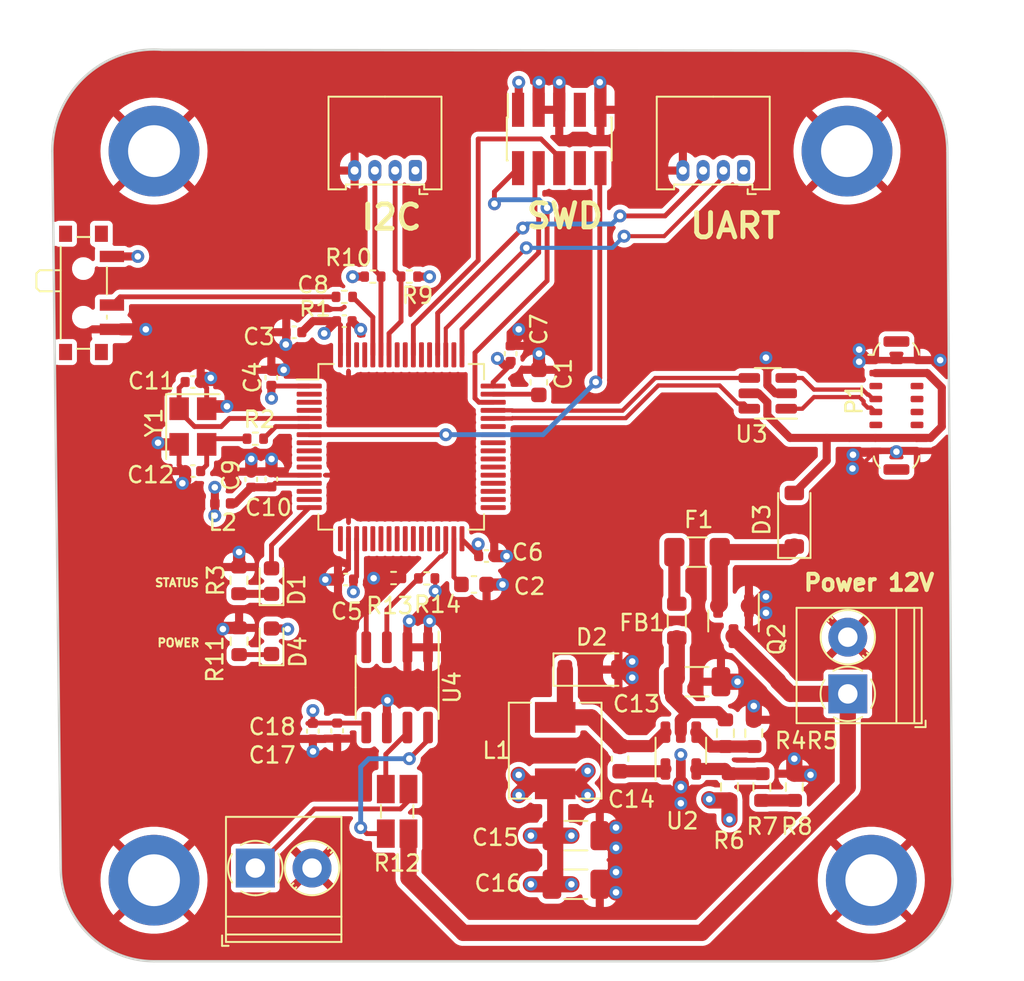
<source format=kicad_pcb>
(kicad_pcb (version 20221018) (generator pcbnew)
  (layers (0 "F.Cu" signal) (1 "In1.Cu" signal) (2 "In2.Cu" signal) (31 "B.Cu" signal) (34 "B.Paste" user) (35 "F.Paste" user) (36 "B.SilkS" user "B.Silkscreen") (37 "F.SilkS" user "F.Silkscreen") (38 "B.Mask" user) (39 "F.Mask" user) (44 "Edge.Cuts" user))
  (net 0 "")
  (net 1 "Net-(D4-K)")
  (net 2 "GND")
  (net 3 "Net-(R7-Pad2)")
  (net 4 "BUCK_FB")
  (net 5 "+3.3V")
  (net 6 "BUCK_EN")
  (net 7 "BUCK_IN")
  (net 8 "Net-(D1-K)")
  (net 9 "BOOT0")
  (net 10 "Net-(SW1-B)")
  (net 11 "I2C1_SDA")
  (net 12 "I2C1_SCL")
  (net 13 "HSE_IN")
  (net 14 "Net-(C12-Pad1)")
  (net 15 "USB_CONN_D-")
  (net 16 "USB_CONN_D+")
  (net 17 "USB_D+")
  (net 18 "+5V")
  (net 19 "USB_D-")
  (net 20 "BUCK_BST")
  (net 21 "BUCK_SW")
  (net 22 "Net-(D3-K)")
  (net 23 "Net-(F1-Pad2)")
  (net 27 "HSE_OUT")
  (net 28 "NRST")
  (net 33 "+3.3VA")
  (net 36 "LED_STATUS")
  (net 45 "UART3_TX")
  (net 46 "UART3_RX")
  (net 47 "Net-(U1-VCAP_1)")
  (net 59 "SWDIO")
  (net 60 "Net-(U1-VCAP_2)")
  (net 61 "SWCLK")
  (net 63 "Net-(J5-Pin_1)")
  (net 67 "SWO")
  (net 77 "Power_12V")
  (net 79 "I2C2_SCL")
  (net 80 "I2C2_SDA")
  (net 81 "Net-(U4-IN-)")
  (net 82 "Net-(U4-IN+)")
  (footprint "Package_QFP:LQFP-64_10x10mm_P0.5mm" (layer "F.Cu") (at 107.25 100.75)
    (fp_text reference "U1" hide)
    (fp_text value "STM32F405RGT6" hide)
  )
  (footprint "Capacitor_SMD:C_0402_1005Metric" (layer "F.Cu") (at 114 95 90)
    (fp_text reference "C7")
    (fp_text value "100n")
  )
  (footprint "TerminalBlock_Phoenix:TerminalBlock_Phoenix_PT-1,5-2-3.5-H_1x02_P3.50mm_Horizontal" (layer "F.Cu") (at 134.8 116 90)
    (fp_text reference "J1" hide)
    (fp_text value "Screw_Terminal_01x02")
  )
  (footprint "Resistor_SMD:R_0402_1005Metric" (layer "F.Cu") (at 98.25 100.25 180)
    (fp_text reference "R2")
    (fp_text value "47")
  )
  (footprint "MountingHole:MountingHole_3.2mm_M3_DIN965_Pad" (layer "F.Cu") (at 136.25 127.5)
    (fp_text reference "H2" hide)
    (fp_text value "MountingHole_Pad")
  )
  (footprint "Capacitor_SMD:C_0402_1005Metric" (layer "F.Cu") (at 99.24 96.475 90)
    (fp_text reference "C4")
    (fp_text value "100n")
  )
  (footprint "Resistor_SMD:R_0603_1608Metric" (layer "F.Cu") (at 97.24 108.995 90)
    (fp_text reference "R3")
    (fp_text value "1k5")
  )
  (footprint "Resistor_SMD:R_0603_1608Metric" (layer "F.Cu") (at 127.25 118.425 -90)
    (fp_text reference "R4")
    (fp_text value "100k")
  )
  (footprint "Diode_SMD:D_SOD-123" (layer "F.Cu") (at 119 114.5)
    (fp_text reference "D2")
    (fp_text value "D_Schottky_Small")
  )
  (footprint "Capacitor_SMD:C_0402_1005Metric" (layer "F.Cu") (at 100.64 93.68 180)
    (fp_text reference "C3")
    (fp_text value "4u7")
  )
  (footprint "Connector_Molex:Molex_PicoBlade_53048-0410_1x04_P1.25mm_Horizontal" (layer "F.Cu") (at 108.125 83.7 180)
    (fp_text reference "J3" hide)
    (fp_text value "Conn_01x04")
  )
  (footprint "MountingHole:MountingHole_3.2mm_M3_DIN965_Pad" (layer "F.Cu") (at 134.75 82.5)
    (fp_text reference "H4" hide)
    (fp_text value "MountingHole_Pad")
  )
  (footprint "Capacitor_SMD:C_1206_3216Metric" (layer "F.Cu") (at 125.5 115.25)
    (fp_text reference "C13")
    (fp_text value "10u")
  )
  (footprint "Connector_Molex:Molex_PicoBlade_53048-0410_1x04_P1.25mm_Horizontal" (layer "F.Cu") (at 128.375 83.7 180)
    (fp_text reference "J4" hide)
    (fp_text value "Conn_01x04")
  )
  (footprint "Diode_SMD:D_SOD-123" (layer "F.Cu") (at 131.5 105.25 90)
    (fp_text reference "D3")
    (fp_text value "D_Schottky_Small")
  )
  (footprint "Package_TO_SOT_SMD:SOT-23" (layer "F.Cu") (at 127.75 111.5 -90)
    (fp_text reference "Q2")
    (fp_text value "AO3401A")
  )
  (footprint "Capacitor_SMD:C_0402_1005Metric" (layer "F.Cu") (at 103.3 118.28 -90)
    (fp_text reference "C18")
    (fp_text value "0.1u")
  )
  (footprint "Capacitor_SMD:C_0603_1608Metric" (layer "F.Cu") (at 115.74 96.77 90)
    (fp_text reference "C1")
    (fp_text value "2u2")
  )
  (footprint "Connector_USB:USB_C_Plug_ShenzhenJingTuoJin_918-118A2021Y40002_Vertical" (layer "F.Cu") (at 137.8 98.2)
    (fp_text reference "P1")
    (fp_text value "USB_C_Plug_USB2.0")
  )
  (footprint "Capacitor_SMD:C_0402_1005Metric" (layer "F.Cu") (at 103.74 92.995)
    (fp_text reference "C8")
    (fp_text value "100n")
  )
  (footprint "Inductor_SMD:L_Sunlord_MWSA0518S" (layer "F.Cu") (at 116.75 119.5 -90)
    (fp_text reference "L1")
    (fp_text value "10u")
  )
  (footprint "Resistor_SMD:R_0603_1608Metric" (layer "F.Cu") (at 97.25 112.75 90)
    (fp_text reference "R11")
    (fp_text value "1k")
  )
  (footprint "Button_Switch_SMD:SW_SPDT_PCM12" (layer "F.Cu") (at 87.975 91.25 -90)
    (fp_text reference "SW1" hide)
    (fp_text value "SW_SPDT")
  )
  (footprint "Resistor_SMD:R_0402_1005Metric" (layer "F.Cu") (at 103.74 91.495 180)
    (fp_text reference "R1")
    (fp_text value "10k")
  )
  (footprint "Capacitor_SMD:C_0402_1005Metric" (layer "F.Cu") (at 98 102.765 90)
    (fp_text reference "C9")
    (fp_text value "1u")
  )
  (footprint "MountingHole:MountingHole_3.2mm_M3_DIN965_Pad" (layer "F.Cu") (at 92 127.5)
    (fp_text reference "H3" hide)
    (fp_text value "MountingHole_Pad")
  )
  (footprint "Capacitor_SMD:C_0402_1005Metric" (layer "F.Cu") (at 112.51 107.495)
    (fp_text reference "C6")
    (fp_text value "100n")
  )
  (footprint "Capacitor_SMD:C_0603_1608Metric" (layer "F.Cu") (at 120.75 120 90)
    (fp_text reference "C14")
    (fp_text value "10n")
  )
  (footprint "Resistor_SMD:R_0402_1005Metric" (layer "F.Cu") (at 107.75 90.245 180)
    (fp_text reference "R9")
    (fp_text value "2k2")
  )
  (footprint "Resistor_SMD:R_0603_1608Metric" (layer "F.Cu") (at 127.5 121.75 90)
    (fp_text reference "R6")
    (fp_text value "47k")
  )
  (footprint "Resistor_SMD:R_Shunt_Ohmite_LVK12" (layer "F.Cu") (at 107 123.25 180)
    (fp_text reference "R12")
    (fp_text value "R_Shunt")
  )
  (footprint "Capacitor_SMD:C_1206_3216Metric" (layer "F.Cu") (at 118.025 127.75 180)
    (fp_text reference "C16")
    (fp_text value "10u")
  )
  (footprint "Resistor_SMD:R_0603_1608Metric" (layer "F.Cu") (at 129 118.425 90)
    (fp_text reference "R5")
    (fp_text value "65k")
  )
  (footprint "Inductor_SMD:L_0805_2012Metric" (layer "F.Cu") (at 124.25 111.5 -90)
    (fp_text reference "FB1")
    (fp_text value "600 @ 600 MHz")
  )
  (footprint "Capacitor_SMD:C_0603_1608Metric" (layer "F.Cu") (at 111.74 109.245)
    (fp_text reference "C2")
    (fp_text value "2u2")
  )
  (footprint "Package_TO_SOT_SMD:SOT-23-6" (layer "F.Cu") (at 124.5 119.5 90)
    (fp_text reference "U2")
    (fp_text value "~")
  )
  (footprint "TerminalBlock_Phoenix:TerminalBlock_Phoenix_PT-1,5-2-3.5-H_1x02_P3.50mm_Horizontal" (layer "F.Cu") (at 98.25 126.75)
    (fp_text reference "J5" hide)
    (fp_text value "Motor")
  )
  (footprint "Resistor_SMD:R_0402_1005Metric" (layer "F.Cu") (at 105.5 90.245)
    (fp_text reference "R10")
    (fp_text value "2k2")
  )
  (footprint "Resistor_SMD:R_0402_1005Metric" (layer "F.Cu") (at 106.78 108.85)
    (fp_text reference "R13")
    (fp_text value "2k2")
  )
  (footprint "MountingHole:MountingHole_3.2mm_M3_DIN965_Pad" (layer "F.Cu") (at 92 82.5)
    (fp_text reference "H1" hide)
    (fp_text value "MountingHole_Pad")
  )
  (footprint "LED_SMD:LED_0603_1608Metric" (layer "F.Cu") (at 99.25 112.75 90)
    (fp_text reference "D4")
    (fp_text value "RED")
  )
  (footprint "Capacitor_SMD:C_0402_1005Metric" (layer "F.Cu") (at 94.4 102.25 180)
    (fp_text reference "C12")
    (fp_text value "12p")
  )
  (footprint "LED_SMD:LED_0603_1608Metric" (layer "F.Cu") (at 99.25 109.0375 90)
    (fp_text reference "D1")
    (fp_text value "BLUE")
  )
  (footprint "Fuse:Fuse_1206_3216Metric" (layer "F.Cu") (at 125.5 107.25 180)
    (fp_text reference "F1")
    (fp_text value "250mA")
  )
  (footprint "Crystal:Crystal_SMD_3225-4Pin_3.2x2.5mm" (layer "F.Cu") (at 94.4 99.5 -90)
    (fp_text reference "Y1")
    (fp_text value "Crystal_GND24_Small")
  )
  (footprint "Capacitor_SMD:C_1206_3216Metric" (layer "F.Cu") (at 118.025 124.75 180)
    (fp_text reference "C15")
    (fp_text value "10u")
  )
  (footprint "Package_TO_SOT_SMD:SOT-23-6" (layer "F.Cu") (at 129.8625 97.45 180)
    (fp_text reference "U3")
    (fp_text value "USBLC6-2SC6")
  )
  (footprint "Resistor_SMD:R_0603_1608Metric" (layer "F.Cu") (at 131.5 121.75 90)
    (fp_text reference "R8")
    (fp_text value "270")
  )
  (footprint "Capacitor_SMD:C_0402_1005Metric" (layer "F.Cu") (at 99.24 102.745 90)
    (fp_text reference "C10")
    (fp_text value "10n")
  )
  (footprint "Connector_PinSocket_1.27mm:PinSocket_2x05_P1.27mm_Vertical_SMD" (layer "F.Cu") (at 117 81.75 90)
    (fp_text reference "J2" hide)
    (fp_text value "Conn_02x05_Odd_Even")
  )
  (footprint "Resistor_SMD:R_0603_1608Metric" (layer "F.Cu") (at 129.5 121.75 -90)
    (fp_text reference "R7")
    (fp_text value "15k")
  )
  (footprint "Capacitor_SMD:C_0402_1005Metric" (layer "F.Cu") (at 103.83 108.94 180)
    (fp_text reference "C5")
    (fp_text value "100n")
  )
  (footprint "Resistor_SMD:R_0402_1005Metric" (layer "F.Cu") (at 108.82 108.87 180)
    (fp_text reference "R14")
    (fp_text value "2k2")
  )
  (footprint "Inductor_SMD:L_0402_1005Metric" (layer "F.Cu") (at 96.24 104.245 180)
    (fp_text reference "L2")
    (fp_text value "39n")
  )
  (footprint "Capacitor_SMD:C_0402_1005Metric" (layer "F.Cu") (at 94.4 96.75)
    (fp_text reference "C11")
    (fp_text value "12p")
  )
  (footprint "Package_SO:SOIC-8_3.9x4.9mm_P1.27mm" (layer "F.Cu") (at 107 115.6 -90)
    (fp_text reference "U4")
    (fp_text value "INA219AxD")
  )
  (footprint "Capacitor_SMD:C_0402_1005Metric" (layer "F.Cu") (at 101.8 118.3 -90)
    (fp_text reference "C17")
    (fp_text value "10u")
  )
  (gr_line (start 92.5 76.25) (end 134.75 76.310291) (stroke (width 0.15)) (layer "Edge.Cuts"))
  (gr_arc (start 92 132.5) (mid 87.934135 130.815863) (end 86.25 126.749998) (stroke (width 0.15)) (layer "Edge.Cuts"))
  (gr_arc (start 85.730031 82.5) (mid 87.746911 77.893076) (end 92.5 76.25) (stroke (width 0.15)) (layer "Edge.Cuts"))
  (gr_arc (start 141.242302 127.22265) (mid 139.882269 130.936077) (end 136.25 132.5) (stroke (width 0.15)) (layer "Edge.Cuts"))
  (gr_line (start 140.939709 82.5) (end 141.242302 127.22265) (stroke (width 0.15)) (layer "Edge.Cuts"))
  (gr_arc (start 134.75 76.310291) (mid 139.126785 78.123215) (end 140.939709 82.5) (stroke (width 0.15)) (layer "Edge.Cuts"))
  (gr_line (start 92 132.5) (end 136.25 132.5) (stroke (width 0.15)) (layer "Edge.Cuts"))
  (gr_line (start 85.730031 82.5) (end 86.25 126.749998) (stroke (width 0.15)) (layer "Edge.Cuts"))
  (gr_text "I2C" (at 104.63 87.46) (layer "F.SilkS") (effects (font (size 1.5 1.5) (thickness 0.3) bold) (justify left bottom)))
  (gr_text "SWD" (at 114.83 87.38) (layer "F.SilkS") (effects (font (size 1.5 1.5) (thickness 0.3) bold) (justify left bottom)))
  (gr_text "UART" (at 124.92 87.99) (layer "F.SilkS") (effects (font (size 1.5 1.5) (thickness 0.3) bold) (justify left bottom)))
  (gr_text "Power 12V" (at 131.97 109.72) (layer "F.SilkS") (effects (font (size 1 1) (thickness 0.25) bold) (justify left bottom)))
  (gr_text "POWER" (at 92.15 113.14) (layer "F.SilkS") (effects (font (size 0.5 0.5) (thickness 0.125) bold) (justify left bottom)))
  (gr_text "STATUS" (at 92 109.43) (layer "F.SilkS") (effects (font (size 0.5 0.5) (thickness 0.125) bold) (justify left bottom)))
  (segment (start 99.2125 113.575) (end 99.25 113.5375) (width 0.3) (layer "F.Cu") (net 1))
  (segment (start 97.25 113.575) (end 99.2125 113.575) (width 0.3) (layer "F.Cu") (net 1))
  (segment (start 93.55 101.88) (end 93.92 102.25) (width 0.3) (layer "F.Cu") (net 2))
  (segment (start 97.25 108.16) (end 97.24 108.17) (width 0.75) (layer "F.Cu") (net 2))
  (segment (start 114.5 93.5) (end 114.5 94.02) (width 0.5) (layer "F.Cu") (net 2))
  (segment (start 99.25 102.255) (end 99.24 102.265) (width 0.75) (layer "F.Cu") (net 2))
  (segment (start 119.5 127.75) (end 120 127.75) (width 1) (layer "F.Cu") (net 2))
  (segment (start 132.425 120.925) (end 132.5 121) (width 1) (layer "F.Cu") (net 2))
  (segment (start 95.5 96.5) (end 95.13 96.5) (width 0.75) (layer "F.Cu") (net 2))
  (segment (start 128.7 110.5625) (end 129.3125 110.5625) (width 1) (layer "F.Cu") (net 2))
  (segment (start 120.5 124.25) (end 120.5 125.5) (width 1) (layer "F.Cu") (net 2))
  (segment (start 109 111.5) (end 109 112.93) (width 0.3) (layer "F.Cu") (net 2))
  (segment (start 100.16 94.405) (end 100.13 94.435) (width 0.5) (layer "F.Cu") (net 2))
  (segment (start 100.16 93.68) (end 100.16 94.405) (width 0.5) (layer "F.Cu") (net 2))
  (segment (start 93.55 100.6) (end 92.35 100.6) (width 0.75) (layer "F.Cu") (net 2))
  (segment (start 104.75 93.5) (end 104.725 93.5) (width 0.5) (layer "F.Cu") (net 2))
  (segment (start 113.75 107.5) (end 112.995 107.5) (width 0.75) (layer "F.Cu") (net 2))
  (segment (start 101.81 118.79) (end 101.8 118.78) (width 0.3) (layer "F.Cu") (net 2))
  (segment (start 112.995 107.5) (end 112.99 107.495) (width 0.75) (layer "F.Cu") (net 2))
  (segment (start 135.6 95.4) (end 135.5 95.5) (width 0.5) (layer "F.Cu") (net 2))
  (segment (start 121.5 114) (end 121.5 115) (width 1) (layer "F.Cu") (net 2))
  (segment (start 126.975 115.25) (end 128 115.25) (width 1) (layer "F.Cu") (net 2))
  (segment (start 112.52 109.25) (end 112.515 109.245) (width 0.75) (layer "F.Cu") (net 2))
  (segment (start 98 101.5) (end 98 102.285) (width 0.75) (layer "F.Cu") (net 2))
  (segment (start 120.65 114.5) (end 121 114.5) (width 1) (layer "F.Cu") (net 2))
  (segment (start 131.5 120.925) (end 131.5 120) (width 1) (layer "F.Cu") (net 2))
  (segment (start 115.73 79.95) (end 115.73 78.27) (width 0.75) (layer "F.Cu") (net 2))
  (segment (start 119.5 124.75) (end 119.75 124.75) (width 1) (layer "F.Cu") (net 2))
  (segment (start 99.25 101.5) (end 99.25 102.255) (width 0.75) (layer "F.Cu") (net 2))
  (segment (start 119.54 79.95) (end 119.54 78.29) (width 0.75) (layer "F.Cu") (net 2))
  (segment (start 121 114.5) (end 121.5 115) (width 1) (layer "F.Cu") (net 2))
  (segment (start 101.575 102.5) (end 99.475 102.5) (width 0.3) (layer "F.Cu") (net 2))
  (segment (start 104 95.075) (end 104 93.215) (width 0.3) (layer "F.Cu") (net 2))
  (segment (start 129.1875 110.5625) (end 129.75 110) (width 1) (layer "F.Cu") (net 2))
  (segment (start 101.8 118.78) (end 103.28 118.78) (width 0.3) (layer "F.Cu") (net 2))
  (segment (start 114.5 94.02) (end 114 94.52) (width 0.5) (layer "F.Cu") (net 2))
  (segment (start 128.7 110.5625) (end 129.1875 110.5625) (width 1) (layer "F.Cu") (net 2))
  (segment (start 136.15 95.4) (end 135.5 94.75) (width 0.5) (layer "F.Cu") (net 2))
  (segment (start 95.4 98.25) (end 95.25 98.4) (width 0.75) (layer "F.Cu") (net 2))
  (segment (start 97.25 111.925) (end 96.325 111.925) (width 0.75) (layer "F.Cu") (net 2))
  (segment (start 135.120091 101.240181) (end 136.289819 101.240181) (width 0.25) (layer "F.Cu") (net 2))
  (segment (start 104 93.215) (end 104.22 92.995) (width 0.3) (layer "F.Cu") (net 2))
  (segment (start 103.31 118.77) (end 103.3 118.76) (width 0.3) (layer "F.Cu") (net 2))
  (segment (start 103.35 108.893154) (end 103.35 108.94) (width 0.3) (layer "F.Cu") (net 2))
  (segment (start 115.75 95.985) (end 115.74 95.995) (width 0.75) (layer "F.Cu") (net 2))
  (segment (start 103.345 108.945) (end 103.35 108.94) (width 0.75) (layer "F.Cu") (net 2))
  (segment (start 106.365 117.975) (end 106.365 118.391262) (width 0.3) (layer "F.Cu") (net 2))
  (segment (start 115.75 95) (end 115.75 95.985) (width 0.75) (layer "F.Cu") (net 2))
  (segment (start 95.13 96.5) (end 94.88 96.75) (width 0.75) (layer "F.Cu") (net 2))
  (segment (start 99.475 102.5) (end 99.24 102.265) (width 0.3) (layer "F.Cu") (net 2))
  (segment (start 119.5 124.75) (end 120 124.75) (width 1) (layer "F.Cu") (net 2))
  (segment (start 124.5 119.75) (end 124.5 121.75) (width 0.5) (layer "F.Cu") (net 2))
  (segment (start 129.3125 110.5625) (end 129.75 111) (width 1) (layer "F.Cu") (net 2))
  (segment (start 90.005 93.5) (end 91.495 93.5) (width 0.75) (layer "F.Cu") (net 2))
  (segment (start 93.55 100.6) (end 93.55 101.88) (width 0.3) (layer "F.Cu") (net 2))
  (segment (start 97.25 107.25) (end 97.25 108.16) (width 0.75) (layer "F.Cu") (net 2))
  (segment (start 135.440363 102.089637) (end 136.53 101) (width 0.25) (layer "F.Cu") (net 2))
  (segment (start 131.5 120.925) (end 132.425 120.925) (width 1) (layer "F.Cu") (net 2))
  (segment (start 106.4 117.94) (end 106.365 117.975) (width 0.3) (layer "F.Cu") (net 2))
  (segment (start 119.54 78.29) (end 119.5 78.25) (width 0.75) (layer "F.Cu") (net 2))
  (segment (start 119.75 124.75) (end 120.5 125.5) (width 1) (layer "F.Cu") (net 2))
  (segment (start 107.75 111.5) (end 107.75 112.91) (width 0.3) (layer "F.Cu") (net 2))
  (segment (start 120.5 127) (end 120.5 128.25) (width 1) (layer "F.Cu") (net 2))
  (segment (start 95.25 97.12) (end 94.88 96.75) (width 0.3) (layer "F.Cu") (net 2))
  (segment (start 120 127.75) (end 120.5 128.25) (width 1) (layer "F.Cu") (net 2))
  (segment (start 136.5 95.4) (end 135.6 95.4) (width 0.5) (layer "F.Cu") (net 2))
  (segment (start 135.089605 102.089637) (end 135.440363 102.089637) (width 0.25) (layer "F.Cu") (net 2))
  (segment (start 129 117.6) (end 129 116.75) (width 1) (layer "F.Cu") (net 2))
  (segment (start 117 79.95) (end 117 78.25) (width 0.75) (layer "F.Cu") (net 2))
  (segment (start 92.35 100.6) (end 92.25 100.5) (width 0.75) (layer "F.Cu") (net 2))
  (segment (start 129.8375 96.949999) (end 129.8375 95.3375) (width 0.5) (layer "F.Cu") (net 2))
  (segment (start 99.24 95.995) (end 99.995 95.995) (width 0.75) (layer "F.Cu") (net 2))
  (segment (start 104 106.425) (end 104 108.28) (width 0.3) (layer "F.Cu") (net 2))
  (segment (start 101.81 119.55) (end 101.81 118.79) (width 0.3) (layer "F.Cu") (net 2))
  (segment (start 129.8375 95.3375) (end 129.75 95.25) (width 0.5) (layer "F.Cu") (net 2))
  (segment (start 120.5 125.5) (end 120.5 127) (width 1) (layer "F.Cu") (net 2))
  (segment (start 104.725 93.5) (end 104.22 92.995) (width 0.5) (layer "F.Cu") (net 2))
  (segment (start 124.5 122.75) (end 124.5 121.556238) (width 1) (layer "F.Cu") (net 2))
  (segment (start 99.995 95.995) (end 100 96) (width 0.75) (layer "F.Cu") (net 2))
  (segment (start 136.5 95.4) (end 136.15 95.4) (width 0.5) (layer "F.Cu") (net 2))
  (segment (start 135.089605 101.270667) (end 135.120091 101.240181) (width 0.5) (layer "F.Cu") (net 2))
  (segment (start 140.5 95.4) (end 139.04 95.4) (width 0.5) (layer "F.Cu") (net 2))
  (segment (start 137.8 101.05) (end 137.85 101) (width 0.5) (layer "F.Cu") (net 2))
  (segment (start 137.85 101) (end 139.04 101) (width 0.5) (layer "F.Cu") (net 2))
  (segment (start 115.73 78.27) (end 115.75 78.25) (width 0.75) (layer "F.Cu") (net 2))
  (segment (start 121 114.5) (end 121.5 114) (width 1) (layer "F.Cu") (net 2))
  (segment (start 95.25 98.4) (end 95.25 97.12) (width 0.3) (layer "F.Cu") (net 2))
  (segment (start 106.4 116.4) (end 106.4 117.94) (width 0.3) (layer "F.Cu") (net 2))
  (segment (start 119.5 127.75) (end 119.75 127.75) (width 1) (layer "F.Cu") (net 2))
  (segment (start 104 108.28) (end 103.963154 108.28) (width 0.3) (layer "F.Cu") (net 2))
  (segment (start 120 124.75) (end 120.5 124.25) (width 1) (layer "F.Cu") (net 2))
  (segment (start 119.75 127.75) (end 120.5 127) (width 1) (layer "F.Cu") (net 2))
  (segment (start 103.57 108.72) (end 103.35 108.94) (width 0.3) (layer "F.Cu") (net 2))
  (segment (start 130.337501 97.45) (end 129.8375 96.949999) (width 0.5) (layer "F.Cu") (net 2))
  (segment (start 96.5 98.25) (end 95.4 98.25) (width 0.75) (layer "F.Cu") (net 2))
  (segment (start 131 97.45) (end 130.337501 97.45) (width 0.5) (layer "F.Cu") (net 2))
  (segment (start 109 112.93) (end 108.905 113.025) (width 0.3) (layer "F.Cu") (net 2))
  (segment (start 93.92 102.83) (end 93.75 103) (width 0.75) (layer "F.Cu") (net 2))
  (segment (start 102.57 108.945) (end 103.345 108.945) (width 0.75) (layer "F.Cu") (net 2))
  (segment (start 136.289819 101.240181) (end 136.53 101) (width 0.25) (layer "F.Cu") (net 2))
  (segment (start 96.325 111.925) (end 96.25 112) (width 0.75) (layer "F.Cu") (net 2))
  (segment (start 103.963154 108.28) (end 103.35 108.893154) (width 0.3) (layer "F.Cu") (net 2))
  (segment (start 113.5 109.25) (end 112.52 109.25) (width 0.75) (layer "F.Cu") (net 2))
  (segment (start 107.75 112.91) (end 107.635 113.025) (width 0.3) (layer "F.Cu") (net 2))
  (segment (start 103.28 118.78) (end 103.3 118.76) (width 0.3) (layer "F.Cu") (net 2))
  (segment (start 93.92 102.25) (end 93.92 102.83) (width 0.75) (layer "F.Cu") (net 2))
  (via (at 124.5 121.75) (size 0.8) (drill 0.4) (layers "F.Cu" "B.Cu") (net 2))
  (via (at 97.25 107.25) (size 0.8) (drill 0.4) (layers "F.Cu" "B.Cu") (net 2))
  (via (at 109 111.5) (size 0.8) (drill 0.4) (layers "F.Cu" "B.Cu") (net 2))
  (via (at 91.495 93.5) (size 0.8) (drill 0.4) (layers "F.Cu" "B.Cu") (net 2))
  (via (at 102.57 108.945) (size 0.8) (drill 0.4) (layers "F.Cu" "B.Cu") (net 2))
  (via (at 107.75 111.5) (size 0.8) (drill 0.4) (layers "F.Cu" "B.Cu") (net 2))
  (via (at 135.120091 101.240181) (size 0.8) (drill 0.4) (layers "F.Cu" "B.Cu") (net 2))
  (via (at 137.8 101.05) (size 0.8) (drill 0.4) (layers "F.Cu" "B.Cu") (net 2))
  (via (at 135.089605 102.089637) (size 0.8) (drill 0.4) (layers "F.Cu" "B.Cu") (net 2))
  (via (at 93.75 103) (size 0.8) (drill 0.4) (layers "F.Cu" "B.Cu") (net 2))
  (via (at 113.5 109.25) (size 0.8) (drill 0.4) (layers "F.Cu" "B.Cu") (net 2))
  (via (at 119.5 78.25) (size 0.8) (drill 0.4) (layers "F.Cu" "B.Cu") (net 2))
  (via (at 140.5 95.4) (size 0.8) (drill 0.4) (layers "F.Cu" "B.Cu") (net 2))
  (via (at 95.5 96.5) (size 0.8) (drill 0.4) (layers "F.Cu" "B.Cu") (net 2))
  (via (at 124.5 119.75) (size 0.8) (drill 0.4) (layers "F.Cu" "B.Cu") (net 2))
  (via (at 115.75 78.25) (size 0.8) (drill 0.4) (layers "F.Cu" "B.Cu") (net 2))
  (via (at 128 115.25) (size 0.8) (drill 0.4) (layers "F.Cu" "B.Cu") (net 2))
  (via (at 113.75 107.5) (size 0.8) (drill 0.4) (layers "F.Cu" "B.Cu") (net 2))
  (via (at 132.5 121) (size 0.8) (drill 0.4) (layers "F.Cu" "B.Cu") (net 2))
  (via (at 98 101.5) (size 0.8) (drill 0.4) (layers "F.Cu" "B.Cu") (net 2))
  (via (at 135.5 95.5) (size 0.8) (drill 0.4) (layers "F.Cu" "B.Cu") (net 2))
  (via (at 135.5 94.75) (size 0.8) (drill 0.4) (layers "F.Cu" "B.Cu") (net 2))
  (via (at 101.81 119.55) (size 0.8) (drill 0.4) (layers "F.Cu" "B.Cu") (net 2))
  (via (at 104.75 93.5) (size 0.8) (drill 0.4) (layers "F.Cu" "B.Cu") (net 2))
  (via (at 120.5 127) (size 0.8) (drill 0.4) (layers "F.Cu" "B.Cu") (net 2))
  (via (at 115.75 95) (size 0.8) (drill 0.4) (layers "F.Cu" "B.Cu") (net 2))
  (via (at 124.5 122.75) (size 0.8) (drill 0.4) (layers "F.Cu" "B.Cu") (net 2))
  (via (at 131.5 120) (size 0.8) (drill 0.4) (layers "F.Cu" "B.Cu") (net 2))
  (via (at 100.13 94.435) (size 0.8) (drill 0.4) (layers "F.Cu" "B.Cu") (net 2))
  (via (at 99.25 101.5) (size 0.8) (drill 0.4) (layers "F.Cu" "B.Cu") (net 2))
  (via (at 121.5 115) (size 0.8) (drill 0.4) (layers "F.Cu" "B.Cu") (net 2))
  (via (at 106.4 116.4) (size 0.8) (drill 0.4) (layers "F.Cu" "B.Cu") (net 2))
  (via (at 96.5 98.25) (size 0.8) (drill 0.4) (layers "F.Cu" "B.Cu") (net 2))
  (via (at 100 96) (size 0.8) (drill 0.4) (layers "F.Cu" "B.Cu") (net 2))
  (via (at 129.75 95.25) (size 0.8) (drill 0.4) (layers "F.Cu" "B.Cu") (net 2))
  (via (at 121.5 114) (size 0.8) (drill 0.4) (layers "F.Cu" "B.Cu") (net 2))
  (via (at 129.75 111) (size 0.8) (drill 0.4) (layers "F.Cu" "B.Cu") (net 2))
  (via (at 120.5 128.25) (size 0.8) (drill 0.4) (layers "F.Cu" "B.Cu") (net 2))
  (via (at 120.5 124.25) (size 0.8) (drill 0.4) (layers "F.Cu" "B.Cu") (net 2))
  (via (at 96.25 112) (size 0.8) (drill 0.4) (layers "F.Cu" "B.Cu") (net 2))
  (via (at 114.5 93.5) (size 0.8) (drill 0.4) (layers "F.Cu" "B.Cu") (net 2))
  (via (at 129.75 110) (size 0.8) (drill 0.4) (layers "F.Cu" "B.Cu") (net 2))
  (via (at 92.25 100.5) (size 0.8) (drill 0.4) (layers "F.Cu" "B.Cu") (net 2))
  (via (at 117 78.25) (size 0.8) (drill 0.4) (layers "F.Cu" "B.Cu") (net 2))
  (via (at 129 116.75) (size 0.8) (drill 0.4) (layers "F.Cu" "B.Cu") (net 2))
  (via (at 120.5 125.5) (size 0.8) (drill 0.4) (layers "F.Cu" "B.Cu") (net 2))
  (segment (start 129.5 122.575) (end 131.5 122.575) (width 0.75) (layer "F.Cu") (net 3))
  (segment (start 125.45 120.6375) (end 127.2125 120.6375) (width 0.75) (layer "F.Cu") (net 4))
  (segment (start 127.5 120.925) (end 129.5 120.925) (width 0.75) (layer "F.Cu") (net 4))
  (segment (start 127.2125 120.6375) (end 127.5 120.925) (width 0.75) (layer "F.Cu") (net 4))
  (segment (start 116.75 121.55) (end 117.95 121.55) (width 1) (layer "F.Cu") (net 5))
  (segment (start 108.26 90.245) (end 108.995 90.245) (width 0.5) (layer "F.Cu") (net 5))
  (segment (start 116.55 127.75) (end 115.25 127.75) (width 1) (layer "F.Cu") (net 5))
  (segment (start 103.255 92.995) (end 102.5 93.75) (width 0.5) (layer "F.Cu") (net 5))
  (segment (start 111 106.465) (end 112.03 107.495) (width 0.3) (layer "F.Cu") (net 5))
  (segment (start 114.5 79.5) (end 114.5 78.25) (width 0.5) (layer "F.Cu") (net 5))
  (segment (start 109.35 108.89) (end 109.33 108.87) (width 0.25) (layer "F.Cu") (net 5))
  (segment (start 103.3 117.8) (end 101.82 117.8) (width 0.3) (layer "F.Cu") (net 5))
  (segment (start 115.05 121.55) (end 114.5 121) (width 1) (layer "F.Cu") (net 5))
  (segment (start 101.805 92.995) (end 103.26 92.995) (width 0.5) (layer "F.Cu") (net 5))
  (segment (start 99.24 96.955) (end 99.24 97.74) (width 0.5) (layer "F.Cu") (net 5))
  (segment (start 118.05 121.55) (end 118.75 122.25) (width 1) (layer "F.Cu") (net 5))
  (segment (start 104.5 106.425) (end 104.5 108.75) (width 0.3) (layer "F.Cu") (net 5))
  (segment (start 113.99 95.705) (end 112.925 96.77) (width 0.3) (layer "F.Cu") (net 5))
  (segment (start 95.755 104.245) (end 95.755 104.995) (width 0.5) (layer "F.Cu") (net 5))
  (segment (start 101.8 117.03) (end 101.8 117.82) (width 0.3) (layer "F.Cu") (net 5))
  (segment (start 104.5 108.75) (end 104.31 108.94) (width 0.3) (layer "F.Cu") (net 5))
  (segment (start 112.925 96.77) (end 112.925 97) (width 0.3) (layer "F.Cu") (net 5))
  (segment (start 127.5 122.575) (end 127.5 123.75) (width 1) (layer "F.Cu") (net 5))
  (segment (start 116.55 124.75) (end 117.75 124.75) (width 1) (layer "F.Cu") (net 5))
  (segment (start 95.755 103.255) (end 95.75 103.25) (width 0.5) (layer "F.Cu") (net 5))
  (segment (start 112 107.465) (end 112.03 107.495) (width 0.5) (layer "F.Cu") (net 5))
  (segment (start 103.26 92.995) (end 103.255 92.995) (width 0.5) (layer "F.Cu") (net 5))
  (segment (start 89.76 89) (end 91 89) (width 0.5) (layer "F.Cu") (net 5))
  (segment (start 116.75 127.55) (end 116.55 127.75) (width 1) (layer "F.Cu") (net 5))
  (segment (start 114.46 79.95) (end 114.46 79.54) (width 0.5) (layer "F.Cu") (net 5))
  (segment (start 95.755 104.995) (end 95.75 105) (width 0.5) (layer "F.Cu") (net 5))
  (segment (start 116.75 121.55) (end 115.2 121.55) (width 1) (layer "F.Cu") (net 5))
  (segment (start 99.25 111.9625) (end 100.2125 111.9625) (width 0.5) (layer "F.Cu") (net 5))
  (segment (start 103.5 95.075) (end 103.5 93.235) (width 0.3) (layer "F.Cu") (net 5))
  (segment (start 116.55 124.75) (end 115.25 124.75) (width 1) (layer "F.Cu") (net 5))
  (segment (start 116.55 127.75) (end 117.75 127.75) (width 1) (layer "F.Cu") (net 5))
  (segment (start 127.5 122.575) (end 126.325 122.575) (width 1) (layer "F.Cu") (net 5))
  (segment (start 116.75 121.55) (end 115.05 121.55) (width 1) (layer "F.Cu") (net 5))
  (segment (start 117.95 121.55) (end 118.75 120.75) (width 1) (layer "F.Cu") (net 5))
  (segment (start 104.3 108.95) (end 104.31 108.94) (width 0.5) (layer "F.Cu") (net 5))
  (segment (start 104.92 117.8) (end 105.095 117.975) (width 0.3) (layer "F.Cu") (net 5))
  (segment (start 113.185071 95.294309) (end 113.595762 95.705) (width 0.5) (layer "F.Cu") (net 5))
  (segment (start 106.26 108.86) (end 106.27 108.85) (width 0.25) (layer "F.Cu") (net 5))
  (segment (start 99.285 97) (end 99.24 96.955) (width 0.3) (layer "F.Cu") (net 5))
  (segment (start 95.755 104.245) (end 95.755 103.255) (width 0.5) (layer "F.Cu") (net 5))
  (segment (start 112 106.75) (end 112 107.465) (width 0.5) (layer "F.Cu") (net 5))
  (segment (start 116.75 121.55) (end 118.05 121.55) (width 1) (layer "F.Cu") (net 5))
  (segment (start 108.995 90.245) (end 109 90.25) (width 0.5) (layer "F.Cu") (net 5))
  (segment (start 104.255 90.245) (end 104.25 90.25) (width 0.5) (layer "F.Cu") (net 5))
  (segment (start 103.3 117.8) (end 104.92 117.8) (width 0.3) (layer "F.Cu") (net 5))
  (segment (start 101.12 93.68) (end 101.805 92.995) (width 0.5) (layer "F.Cu") (net 5))
  (segment (start 113.595762 95.705) (end 113.99 95.705) (width 0.5) (layer "F.Cu") (net 5))
  (segment (start 103.5 93.235) (end 103.26 92.995) (width 0.3) (layer "F.Cu") (net 5))
  (segment (start 104.99 90.245) (end 104.255 90.245) (width 0.5) (layer "F.Cu") (net 5))
  (segment (start 100.2125 111.9625) (end 100.25 112) (width 0.5) (layer "F.Cu") (net 5))
  (segment (start 116.75 121.55) (end 116.75 127.55) (width 1) (layer "F.Cu") (net 5))
  (segment (start 109.35 109.65) (end 109.35 108.89) (width 0.25) (layer "F.Cu") (net 5))
  (segment (start 126.325 122.575) (end 126.25 122.5) (width 1) (layer "F.Cu") (net 5))
  (segment (start 104.3 109.7) (end 104.3 108.95) (width 0.5) (layer "F.Cu") (net 5))
  (segment (start 101.8 117.82) (end 101.490001 117.82) (width 0.3) (layer "F.Cu") (net 5))
  (segment (start 111 106.425) (end 111 106.465) (width 0.3) (layer "F.Cu") (net 5))
  (segment (start 101.82 117.8) (end 101.8 117.82) (width 0.3) (layer "F.Cu") (net 5))
  (segment (start 114.46 79.54) (end 114.5 79.5) (width 0.5) (layer "F.Cu") (net 5))
  (segment (start 101.575 97) (end 99.285 97) (width 0.3) (layer "F.Cu") (net 5))
  (segment (start 115.2 121.55) (end 114.5 122.25) (width 1) (layer "F.Cu") (net 5))
  (segment (start 99.24 97.74) (end 99.25 97.75) (width 0.5) (layer "F.Cu") (net 5))
  (segment (start 105.55 108.86) (end 106.26 108.86) (width 0.25) (layer "F.Cu") (net 5))
  (via (at 104.3 109.7) (size 0.8) (drill 0.4) (layers "F.Cu" "B.Cu") (net 5))
  (via (at 127.5 123.75) (size 0.8) (drill 0.4) (layers "F.Cu" "B.Cu") (net 5))
  (via (at 104.25 90.25) (size 0.8) (drill 0.4) (layers "F.Cu" "B.Cu") (net 5))
  (via (at 118.75 122.25) (size 0.8) (drill 0.4) (layers "F.Cu" "B.Cu") (net 5))
  (via (at 114.5 78.25) (size 0.8) (drill 0.4) (layers "F.Cu" "B.Cu") (net 5))
  (via (at 95.75 105) (size 0.8) (drill 0.4) (layers "F.Cu" "B.Cu") (net 5))
  (via (at 115.25 124.75) (size 0.8) (drill 0.4) (layers "F.Cu" "B.Cu") (net 5))
  (via (at 101.8 117.03) (size 0.8) (drill 0.4) (layers "F.Cu" "B.Cu") (net 5))
  (via (at 117.75 127.75) (size 0.8) (drill 0.4) (layers "F.Cu" "B.Cu") (net 5))
  (via (at 99.25 97.75) (size 0.8) (drill 0.4) (layers "F.Cu" "B.Cu") (net 5))
  (via (at 100.25 112) (size 0.8) (drill 0.4) (layers "F.Cu" "B.Cu") (net 5))
  (via (at 105.55 108.86) (size 0.8) (drill 0.4) (layers "F.Cu" "B.Cu") (net 5))
  (via (at 114.5 122.25) (size 0.8) (drill 0.4) (layers "F.Cu" "B.Cu") (net 5))
  (via (at 109.35 109.65) (size 0.8) (drill 0.4) (layers "F.Cu" "B.Cu") (net 5))
  (via (at 114.5 121) (size 0.8) (drill 0.4) (layers "F.Cu" "B.Cu") (net 5))
  (via (at 126.25 122.5) (size 0.8) (drill 0.4) (layers "F.Cu" "B.Cu") (net 5))
  (via (at 118.75 120.75) (size 0.8) (drill 0.4) (layers "F.Cu" "B.Cu") (net 5))
  (via (at 91 89) (size 0.8) (drill 0.4) (layers "F.Cu" "B.Cu") (net 5))
  (via (at 113.185071 95.294309) (size 0.8) (drill 0.4) (layers "F.Cu" "B.Cu") (net 5))
  (via (at 95.75 103.25) (size 0.8) (drill 0.4) (layers "F.Cu" "B.Cu") (net 5))
  (via (at 102.5 93.75) (size 0.8) (drill 0.4) (layers "F.Cu" "B.Cu") (net 5))
  (via (at 115.25 127.75) (size 0.8) (drill 0.4) (layers "F.Cu" "B.Cu") (net 5))
  (via (at 109 90.25) (size 0.8) (drill 0.4) (layers "F.Cu" "B.Cu") (net 5))
  (via (at 117.75 124.75) (size 0.8) (drill 0.4) (layers "F.Cu" "B.Cu") (net 5))
  (via (at 112 106.75) (size 0.8) (drill 0.4) (layers "F.Cu" "B.Cu") (net 5))
  (segment (start 126.3375 119.25) (end 125.45 118.3625) (width 0.75) (layer "F.Cu") (net 6))
  (segment (start 129 119.25) (end 126.3375 119.25) (width 0.75) (layer "F.Cu") (net 6))
  (segment (start 124.025 115.25) (end 124.025 116.15446) (width 1) (layer "F.Cu") (net 7))
  (segment (start 124.5 117.62054) (end 124.5 118.3625) (width 0.75) (layer "F.Cu") (net 7))
  (segment (start 124.025 116.15446) (end 124.907151 117.036611) (width 1) (layer "F.Cu") (net 7))
  (segment (start 126.775 117.125) (end 124.99554 117.125) (width 0.75) (layer "F.Cu") (net 7))
  (segment (start 124.99554 117.125) (end 124.5 117.62054) (width 0.75) (layer "F.Cu") (net 7))
  (segment (start 124.25 115.025) (end 124.025 115.25) (width 1) (layer "F.Cu") (net 7))
  (segment (start 127.25 117.6) (end 126.775 117.125) (width 0.75) (layer "F.Cu") (net 7))
  (segment (start 124.25 115.275) (end 124.025 115.5) (width 0.75) (layer "F.Cu") (net 7))
  (segment (start 124.25 112.5625) (end 124.25 115.025) (width 1) (layer "F.Cu") (net 7))
  (segment (start 97.245 109.825) (end 97.24 109.82) (width 0.5) (layer "F.Cu") (net 8))
  (segment (start 99.25 109.825) (end 97.245 109.825) (width 0.5) (layer "F.Cu") (net 8))
  (segment (start 105.5 92.745) (end 104.25 91.495) (width 0.3) (layer "F.Cu") (net 9))
  (segment (start 105.5 95.075) (end 105.5 92.745) (width 0.3) (layer "F.Cu") (net 9))
  (segment (start 103.23 91.495) (end 89.91 91.495) (width 0.3) (layer "F.Cu") (net 10))
  (segment (start 89.91 91.495) (end 89.405 92) (width 0.3) (layer "F.Cu") (net 10))
  (segment (start 106 95.075) (end 106 90.255) (width 0.3) (layer "F.Cu") (net 11))
  (segment (start 105.625 89.86) (end 105.625 83.7) (width 0.3) (layer "F.Cu") (net 11))
  (segment (start 106.01 90.245) (end 105.625 89.86) (width 0.3) (layer "F.Cu") (net 11))
  (segment (start 106 90.255) (end 106.01 90.245) (width 0.3) (layer "F.Cu") (net 11))
  (segment (start 107.24 93.01) (end 106.5 93.75) (width 0.3) (layer "F.Cu") (net 12))
  (segment (start 106.5 93.75) (end 106.5 95.075) (width 0.3) (layer "F.Cu") (net 12))
  (segment (start 106.875 83.7) (end 106.875 89.88) (width 0.3) (layer "F.Cu") (net 12))
  (segment (start 106.875 89.88) (end 107.24 90.245) (width 0.3) (layer "F.Cu") (net 12))
  (segment (start 107.24 90.245) (end 107.24 93.01) (width 0.3) (layer "F.Cu") (net 12))
  (segment (start 94.5 99.5) (end 93.55 98.55) (width 0.3) (layer "F.Cu") (net 13))
  (segment (start 93.55 98.4) (end 93.55 97.12) (width 0.3) (layer "F.Cu") (net 13))
  (segment (start 101.575 99) (end 96.65 99) (width 0.3) (layer "F.Cu") (net 13))
  (segment (start 93.55 97.12) (end 93.92 96.75) (width 0.3) (layer "F.Cu") (net 13))
  (segment (start 96.65 99) (end 96.15 99.5) (width 0.3) (layer "F.Cu") (net 13))
  (segment (start 96.15 99.5) (end 94.5 99.5) (width 0.3) (layer "F.Cu") (net 13))
  (segment (start 93.55 98.55) (end 93.55 98.4) (width 0.3) (layer "F.Cu") (net 13))
  (segment (start 97.74 100.25) (end 95.6 100.25) (width 0.3) (layer "F.Cu") (net 14))
  (segment (start 95.25 101.88) (end 94.88 102.25) (width 0.3) (layer "F.Cu") (net 14))
  (segment (start 95.25 100.6) (end 95.25 101.88) (width 0.3) (layer "F.Cu") (net 14))
  (segment (start 95.6 100.25) (end 95.25 100.6) (width 0.3) (layer "F.Cu") (net 14))
  (segment (start 132.711595 97.682156) (end 135.518878 97.682156) (width 0.261112) (layer "F.Cu") (net 15))
  (segment (start 135.774444 97.937722) (end 135.774444 98.081114) (width 0.261112) (layer "F.Cu") (net 15))
  (segment (start 136.230556 98.330556) (end 136.5 98.6) (width 0.261112) (layer "F.Cu") (net 15))
  (segment (start 135.518878 97.682156) (end 135.774444 97.937722) (width 0.261112) (layer "F.Cu") (net 15))
  (segment (start 131 98.4) (end 131.993751 98.4) (width 0.261112) (layer "F.Cu") (net 15))
  (segment (start 135.774444 98.081114) (end 136.023886 98.330556) (width 0.261112) (layer "F.Cu") (net 15))
  (segment (start 136.023886 98.330556) (end 136.230556 98.330556) (width 0.261112) (layer "F.Cu") (net 15))
  (segment (start 131.993751 98.4) (end 132.711595 97.682156) (width 0.261112) (layer "F.Cu") (net 15))
  (segment (start 136.023886 97.530556) (end 136.087193 97.530556) (width 0.261112) (layer "F.Cu") (net 16))
  (segment (start 131.993751 96.5) (end 132.711595 97.217844) (width 0.261112) (layer "F.Cu") (net 16))
  (segment (start 131 96.5) (end 131.993751 96.5) (width 0.261112) (layer "F.Cu") (net 16))
  (segment (start 136.087193 97.530556) (end 136.356637 97.8) (width 0.261112) (layer "F.Cu") (net 16))
  (segment (start 132.711595 97.217844) (end 135.711174 97.217844) (width 0.261112) (layer "F.Cu") (net 16))
  (segment (start 136.356637 97.8) (end 136.5 97.8) (width 0.261112) (layer "F.Cu") (net 16))
  (segment (start 135.711174 97.217844) (end 136.023886 97.530556) (width 0.261112) (layer "F.Cu") (net 16))
  (segment (start 114.087501 98.5) (end 114.105345 98.517844) (width 0.261112) (layer "F.Cu") (net 17))
  (segment (start 112.925 98.5) (end 114.087501 98.5) (width 0.261112) (layer "F.Cu") (net 17))
  (segment (start 120.903836 98.517844) (end 122.92168 96.5) (width 0.261112) (layer "F.Cu") (net 17))
  (segment (start 122.92168 96.5) (end 128.725 96.5) (width 0.261112) (layer "F.Cu") (net 17))
  (segment (start 114.105345 98.517844) (end 120.903836 98.517844) (width 0.261112) (layer "F.Cu") (net 17))
  (segment (start 139.7 96.2) (end 140.6 97.1) (width 0.5) (layer "F.Cu") (net 18))
  (segment (start 134.9 100.2) (end 136.5 100.2) (width 0.5) (layer "F.Cu") (net 18))
  (segment (start 139.645588 100.2) (end 139.04 100.2) (width 0.5) (layer "F.Cu") (net 18))
  (segment (start 140.6 99.5) (end 139.9 100.2) (width 0.5) (layer "F.Cu") (net 18))
  (segment (start 129.8375 98.802684) (end 129.8375 97.997316) (width 0.5) (layer "F.Cu") (net 18))
  (segment (start 131.5 103.6) (end 133.5 101.6) (width 0.5) (layer "F.Cu") (net 18))
  (segment (start 139.9 100.2) (end 139.04 100.2) (width 0.5) (layer "F.Cu") (net 18))
  (segment (start 134.9 100.2) (end 131.234816 100.2) (width 0.5) (layer "F.Cu") (net 18))
  (segment (start 136.5 96.2) (end 139.7 96.2) (width 0.5) (layer "F.Cu") (net 18))
  (segment (start 129.8375 97.997316) (end 129.290184 97.45) (width 0.5) (layer "F.Cu") (net 18))
  (segment (start 136.5 100.2) (end 139.04 100.2) (width 0.5) (layer "F.Cu") (net 18))
  (segment (start 140.6 97.1) (end 140.6 99.5) (width 0.5) (layer "F.Cu") (net 18))
  (segment (start 129.290184 97.45) (end 128.725 97.45) (width 0.5) (layer "F.Cu") (net 18))
  (segment (start 133.5 101.6) (end 133.5 100.2) (width 0.5) (layer "F.Cu") (net 18))
  (segment (start 131.5 103.6) (end 131.5 103.5) (width 0.5) (layer "F.Cu") (net 18))
  (segment (start 131.234816 100.2) (end 129.8375 98.802684) (width 0.5) (layer "F.Cu") (net 18))
  (segment (start 121.096164 98.982156) (end 123.114008 96.964312) (width 0.261112) (layer "F.Cu") (net 19))
  (segment (start 123.114008 96.964312) (end 126.893048 96.964312) (width 0.261112) (layer "F.Cu") (net 19))
  (segment (start 128.405556 98.080556) (end 128.725 98.4) (width 0.261112) (layer "F.Cu") (net 19))
  (segment (start 114.087501 99) (end 114.105345 98.982156) (width 0.261112) (layer "F.Cu") (net 19))
  (segment (start 126.893048 96.964312) (end 128.009292 98.080556) (width 0.261112) (layer "F.Cu") (net 19))
  (segment (start 114.105345 98.982156) (end 121.096164 98.982156) (width 0.261112) (layer "F.Cu") (net 19))
  (segment (start 128.009292 98.080556) (end 128.405556 98.080556) (width 0.261112) (layer "F.Cu") (net 19))
  (segment (start 112.925 99) (end 114.087501 99) (width 0.261112) (layer "F.Cu") (net 19))
  (segment (start 123.4125 120.775) (end 123.55 120.6375) (width 0.75) (layer "F.Cu") (net 20))
  (segment (start 120.75 120.775) (end 123.4125 120.775) (width 0.75) (layer "F.Cu") (net 20))
  (segment (start 120.75 119.225) (end 122.6875 119.225) (width 0.75) (layer "F.Cu") (net 21))
  (segment (start 116.75 117.45) (end 118.975 117.45) (width 1) (layer "F.Cu") (net 21))
  (segment (start 118.975 117.45) (end 120.75 119.225) (width 1) (layer "F.Cu") (net 21))
  (segment (start 117.35 114.5) (end 117.35 116.85) (width 1) (layer "F.Cu") (net 21))
  (segment (start 117.35 116.85) (end 116.75 117.45) (width 1) (layer "F.Cu") (net 21))
  (segment (start 122.6875 119.225) (end 123.55 118.3625) (width 0.75) (layer "F.Cu") (net 21))
  (segment (start 126.9 107.25) (end 126.9 110.4625) (width 1) (layer "F.Cu") (net 22))
  (segment (start 126.9 110.4625) (end 126.8 110.5625) (width 1) (layer "F.Cu") (net 22))
  (segment (start 131.15 107.25) (end 131.5 106.9) (width 1) (layer "F.Cu") (net 22))
  (segment (start 126.9 107.25) (end 131.15 107.25) (width 1) (layer "F.Cu") (net 22))
  (segment (start 124.1 110.2875) (end 124.25 110.4375) (width 0.75) (layer "F.Cu") (net 23))
  (segment (start 124.1 107.25) (end 124.1 110.2875) (width 0.75) (layer "F.Cu") (net 23))
  (segment (start 99.51 99.5) (end 98.76 100.25) (width 0.3) (layer "F.Cu") (net 27))
  (segment (start 101.575 99.5) (end 99.51 99.5) (width 0.3) (layer "F.Cu") (net 27))
  (segment (start 119.5 96.5) (end 119.5 83.59) (width 0.3) (layer "F.Cu") (net 28))
  (segment (start 101.575 100) (end 110 100) (width 0.3) (layer "F.Cu") (net 28))
  (segment (start 119.25 96.75) (end 119.5 96.5) (width 0.3) (layer "F.Cu") (net 28))
  (segment (start 119.5 83.59) (end 119.54 83.55) (width 0.3) (layer "F.Cu") (net 28))
  (via (at 110 100) (size 0.8) (drill 0.4) (layers "F.Cu" "B.Cu") (net 28))
  (via (at 119.25 96.75) (size 0.8) (drill 0.4) (layers "F.Cu" "B.Cu") (net 28))
  (segment (start 116 100) (end 119.25 96.75) (width 0.3) (layer "B.Cu") (net 28))
  (segment (start 110 100) (end 116 100) (width 0.3) (layer "B.Cu") (net 28))
  (segment (start 99.22 103.245) (end 99.24 103.225) (width 0.5) (layer "F.Cu") (net 33))
  (segment (start 99.465 103) (end 99.24 103.225) (width 0.3) (layer "F.Cu") (net 33))
  (segment (start 101.575 103) (end 99.465 103) (width 0.3) (layer "F.Cu") (net 33))
  (segment (start 97 104.245) (end 98 103.245) (width 0.5) (layer "F.Cu") (net 33))
  (segment (start 98 103.245) (end 99.22 103.245) (width 0.5) (layer "F.Cu") (net 33))
  (segment (start 96.725 104.245) (end 97 104.245) (width 0.5) (layer "F.Cu") (net 33))
  (segment (start 99.25 106.825) (end 99.25 108.25) (width 0.3) (layer "F.Cu") (net 36))
  (segment (start 101.575 104.5) (end 99.25 106.825) (width 0.3) (layer "F.Cu") (net 36))
  (segment (start 127.125 84.1) (end 127.125 83.7) (width 0.25) (layer "F.Cu") (net 45))
  (segment (start 123.475 87.75) (end 127.125 84.1) (width 0.25) (layer "F.Cu") (net 45))
  (segment (start 121 87.75) (end 123.475 87.75) (width 0.25) (layer "F.Cu") (net 45))
  (segment (start 110 95.075) (end 110 93.439338) (width 0.25) (layer "F.Cu") (net 45))
  (segment (start 110 93.439338) (end 114.969669 88.469669) (width 0.25) (layer "F.Cu") (net 45))
  (via (at 121 87.75) (size 0.8) (drill 0.4) (layers "F.Cu" "B.Cu") (net 45))
  (via (at 114.969669 88.469669) (size 0.8) (drill 0.4) (layers "F.Cu" "B.Cu") (net 45))
  (segment (start 120.280331 88.469669) (end 121 87.75) (width 0.25) (layer "B.Cu") (net 45))
  (segment (start 114.969669 88.469669) (end 120.280331 88.469669) (width 0.25) (layer "B.Cu") (net 45))
  (segment (start 109.5 92.5) (end 114.75 87.25) (width 0.3) (layer "F.Cu") (net 46))
  (segment (start 109.5 95.075) (end 109.5 92.5) (width 0.3) (layer "F.Cu") (net 46))
  (segment (start 120.75 86.5) (end 123.525 86.5) (width 0.3) (layer "F.Cu") (net 46))
  (segment (start 123.525 86.5) (end 125.875 84.15) (width 0.3) (layer "F.Cu") (net 46))
  (segment (start 125.875 84.15) (end 125.875 83.7) (width 0.3) (layer "F.Cu") (net 46))
  (via (at 114.75 87.25) (size 0.8) (drill 0.4) (layers "F.Cu" "B.Cu") (net 46))
  (via (at 120.75 86.5) (size 0.8) (drill 0.4) (layers "F.Cu" "B.Cu") (net 46))
  (segment (start 114.75 87.25) (end 115 87) (width 0.3) (layer "B.Cu") (net 46))
  (segment (start 120.25 87) (end 120.75 86.5) (width 0.3) (layer "B.Cu") (net 46))
  (segment (start 115 87) (end 120.25 87) (width 0.3) (layer "B.Cu") (net 46))
  (segment (start 110.5 108.78) (end 110.965 109.245) (width 0.3) (layer "F.Cu") (net 47))
  (segment (start 110.5 106.425) (end 110.5 108.78) (width 0.3) (layer "F.Cu") (net 47))
  (segment (start 112.04688 98) (end 111.8 97.75312) (width 0.3) (layer "F.Cu") (net 59))
  (segment (start 111.8 94.95) (end 116.25 90.5) (width 0.3) (layer "F.Cu") (net 59))
  (segment (start 113 85.01) (end 114.46 83.55) (width 0.3) (layer "F.Cu") (net 59))
  (segment (start 112.925 98) (end 112.04688 98) (width 0.3) (layer "F.Cu") (net 59))
  (segment (start 111.8 97.75312) (end 111.8 94.95) (width 0.3) (layer "F.Cu") (net 59))
  (segment (start 113 85.75) (end 113 85.01) (width 0.3) (layer "F.Cu") (net 59))
  (segment (start 116.25 90.5) (end 116.25 86) (width 0.3) (layer "F.Cu") (net 59))
  (via (at 113 85.75) (size 0.8) (drill 0.4) (layers "F.Cu" "B.Cu") (net 59))
  (via (at 116.25 86) (size 0.8) (drill 0.4) (layers "F.Cu" "B.Cu") (net 59))
  (segment (start 113.25 85.5) (end 113 85.75) (width 0.3) (layer "B.Cu") (net 59))
  (segment (start 115.75 85.5) (end 113.25 85.5) (width 0.3) (layer "B.Cu") (net 59))
  (segment (start 116.25 86) (end 115.75 85.5) (width 0.3) (layer "B.Cu") (net 59))
  (segment (start 115.74 97.545) (end 115.695 97.5) (width 0.3) (layer "F.Cu") (net 60))
  (segment (start 115.695 97.5) (end 112.925 97.5) (width 0.3) (layer "F.Cu") (net 60))
  (segment (start 111 93.5) (end 115.73 88.77) (width 0.3) (layer "F.Cu") (net 61))
  (segment (start 115.5 83.78) (end 115.73 83.55) (width 0.3) (layer "F.Cu") (net 61))
  (segment (start 115.73 86.540661) (end 115.5 86.310661) (width 0.3) (layer "F.Cu") (net 61))
  (segment (start 111 95.075) (end 111 93.5) (width 0.3) (layer "F.Cu") (net 61))
  (segment (start 115.5 86.310661) (end 115.5 83.78) (width 0.3) (layer "F.Cu") (net 61))
  (segment (start 115.73 88.77) (end 115.73 86.540661) (width 0.3) (layer "F.Cu") (net 61))
  (segment (start 115.73 84.27) (end 115.73 83.55) (width 0.3) (layer "F.Cu") (net 61))
  (segment (start 107.7 121.875) (end 107.7 122.6) (width 0.3) (layer "F.Cu") (net 63))
  (segment (start 107.7 122.6) (end 107.2 123.1) (width 0.3) (layer "F.Cu") (net 63))
  (segment (start 107.2 123.1) (end 101.9 123.1) (width 0.3) (layer "F.Cu") (net 63))
  (segment (start 101.9 123.1) (end 98.25 126.75) (width 0.3) (layer "F.Cu") (net 63))
  (segment (start 108 95.075) (end 108 93.25) (width 0.3) (layer "F.Cu") (net 67))
  (segment (start 112 89.25) (end 112 81.75) (width 0.3) (layer "F.Cu") (net 67))
  (segment (start 117 82.875) (end 117 83.55) (width 0.3) (layer "F.Cu") (net 67))
  (segment (start 115.875 81.75) (end 117 82.875) (width 0.3) (layer "F.Cu") (net 67))
  (segment (start 112 81.75) (end 115.875 81.75) (width 0.3) (layer "F.Cu") (net 67))
  (segment (start 108 93.25) (end 112 89.25) (width 0.3) (layer "F.Cu") (net 67))
  (segment (start 107.7 127.375) (end 107.7 124.625) (width 1) (layer "F.Cu") (net 77))
  (segment (start 125.79 130.75) (end 111.075 130.75) (width 1) (layer "F.Cu") (net 77))
  (segment (start 127.75 112.4375) (end 130.5 115.1875) (width 1) (layer "F.Cu") (net 77))
  (segment (start 130.5 115.25) (end 131.25 116) (width 1) (layer "F.Cu") (net 77))
  (segment (start 111.075 130.75) (end 107.7 127.375) (width 1) (layer "F.Cu") (net 77))
  (segment (start 134.8 116) (end 134.8 121.74) (width 1) (layer "F.Cu") (net 77))
  (segment (start 131.25 116) (end 134.8 116) (width 1) (layer "F.Cu") (net 77))
  (segment (start 134.8 121.74) (end 125.79 130.75) (width 1) (layer "F.Cu") (net 77))
  (segment (start 130.5 115.1875) (end 130.5 115.25) (width 1) (layer "F.Cu") (net 77))
  (segment (start 105.095 113.025) (end 105.095 111.045) (width 0.3) (layer "F.Cu") (net 79))
  (segment (start 105.095 111.045) (end 107.27 108.87) (width 0.3) (layer "F.Cu") (net 79))
  (segment (start 109.742764 107.525) (end 110 107.267764) (width 0.25) (layer "F.Cu") (net 80))
  (segment (start 110 107.267764) (end 110 106.425) (width 0.25) (layer "F.Cu") (net 80))
  (segment (start 109.655 107.525) (end 109.742764 107.525) (width 0.25) (layer "F.Cu") (net 80))
  (segment (start 108.31 108.87) (end 109.655 107.525) (width 0.25) (layer "F.Cu") (net 80))
  (segment (start 106.365 110.815) (end 106.365 113.025) (width 0.3) (layer "F.Cu") (net 80))
  (segment (start 108.31 108.87) (end 106.365 110.815) (width 0.3) (layer "F.Cu") (net 80))
  (segment (start 107.635 118.391262) (end 107.635 117.975) (width 0.3) (layer "F.Cu") (net 81))
  (segment (start 106.3 119.726262) (end 107.635 118.391262) (width 0.3) (layer "F.Cu") (net 81))
  (segment (start 106.3 121.875) (end 106.3 119.726262) (width 0.3) (layer "F.Cu") (net 81))
  (segment (start 106.3 124.625) (end 105.125 124.625) (width 0.3) (layer "F.Cu") (net 82))
  (segment (start 105.125 124.625) (end 104.75 124.25) (width 0.3) (layer "F.Cu") (net 82))
  (segment (start 107.75 120) (end 108.905 118.845) (width 0.3) (layer "F.Cu") (net 82))
  (segment (start 108.905 118.845) (end 108.905 117.975) (width 0.3) (layer "F.Cu") (net 82))
  (via (at 107.75 120) (size 0.8) (drill 0.4) (layers "F.Cu" "B.Cu") (net 82))
  (via (at 104.75 124.25) (size 0.8) (drill 0.4) (layers "F.Cu" "B.Cu") (net 82))
  (segment (start 105.25 120) (end 107.75 120) (width 0.3) (layer "B.Cu") (net 82))
  (segment (start 104.75 124.25) (end 104.75 120.5) (width 0.3) (layer "B.Cu") (net 82))
  (segment (start 104.75 120.5) (end 105.25 120) (width 0.3) (layer "B.Cu") (net 82))
  (zone (net 2) (net_name "GND") (layer "F.Cu") (priority 1) (connect_pads (clearance 0.3)) (min_thickness 0.25) (fill yes (thermal_gap 0.5) (thermal_bridge_width 0.5))
    (polygon (pts (xy 82.6 74.4) (xy 143.9 74.4) (xy 143.9 133.1) (xy 83.2 133.5)))
  )
)
</source>
